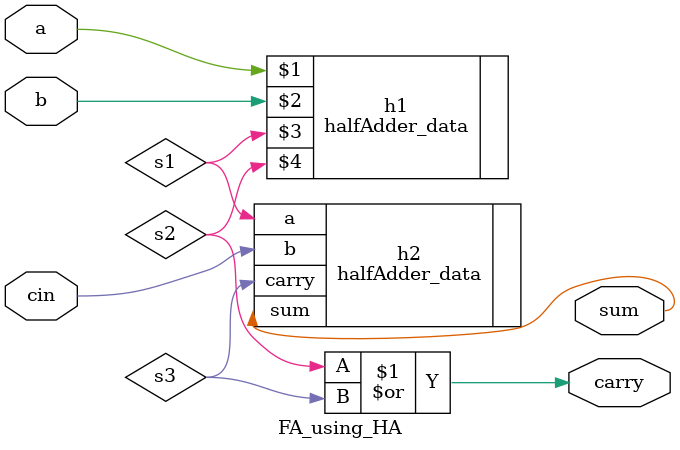
<source format=v>
`timescale 1ns / 1ps


module FA_using_HA(
    input a,
    input b,
    input cin,
    output sum,
    output carry
    );
    
    wire s1,s2,s3;
    
    halfAdder_data h1(a,b, s1,s2),
                   h2(.a(s1), .b(cin), .sum(sum), .carry(s3));
                   
    assign carry = s2 | s3;
                   
endmodule

</source>
